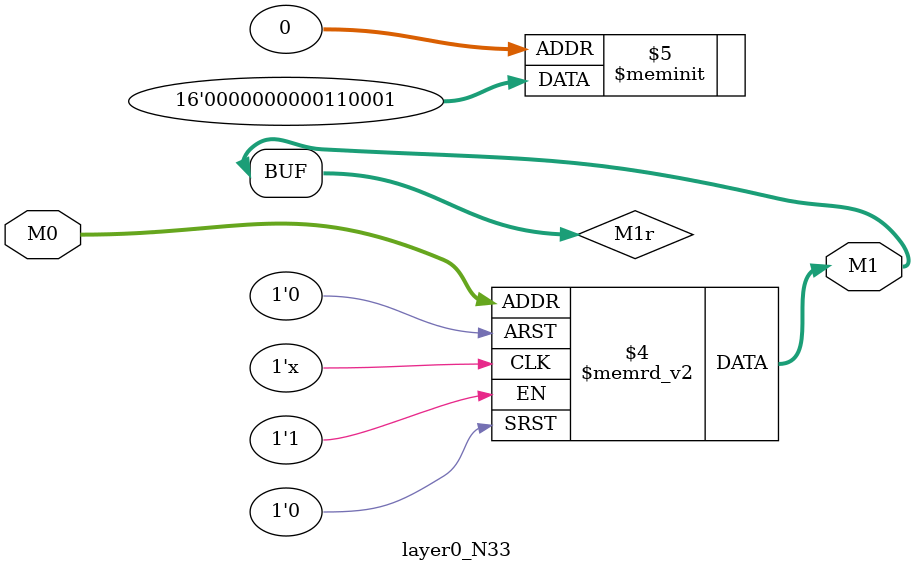
<source format=v>
module layer0_N33 ( input [2:0] M0, output [1:0] M1 );

	(*rom_style = "distributed" *) reg [1:0] M1r;
	assign M1 = M1r;
	always @ (M0) begin
		case (M0)
			3'b000: M1r = 2'b01;
			3'b100: M1r = 2'b00;
			3'b010: M1r = 2'b11;
			3'b110: M1r = 2'b00;
			3'b001: M1r = 2'b00;
			3'b101: M1r = 2'b00;
			3'b011: M1r = 2'b00;
			3'b111: M1r = 2'b00;

		endcase
	end
endmodule

</source>
